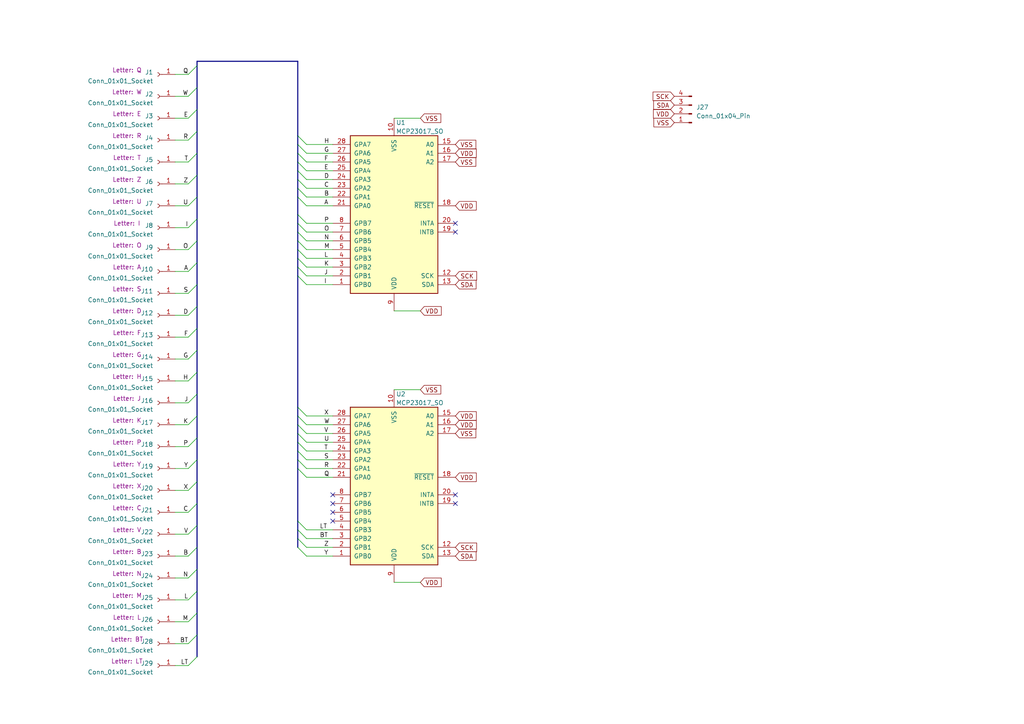
<source format=kicad_sch>
(kicad_sch (version 20230121) (generator eeschema)
  (paper "A4")
  (lib_symbols
    (symbol "Connector:Conn_01x01_Socket" (pin_names (offset 1.016) hide)
      (property "Reference" "J" (at 0 2.54 0))
      (property "Value" "Conn_01x01_Socket" (at 0 -2.54 0))
      (symbol "Conn_01x01_Socket_1_1"
        (polyline (pts (xy -1.27 0) (xy -0.508 0)) (stroke (width 0.1524)))
        (arc (start 0 0.508) (mid -0.5058 0) (end 0 -0.508) (stroke (width 0.1524)))
        (pin passive line (at -5.08 0 0) (length 3.81) (name "Pin_1") (number "1"))
      )
    )
    (symbol "Connector:Conn_01x04_Pin" (pin_names (offset 1.016) hide)
      (property "Reference" "J" (at 0 5.08 0))
      (property "Value" "Conn_01x04_Pin" (at 0 -7.62 0))
      (symbol "Conn_01x04_Pin_1_1"
        (polyline (pts (xy 1.27 -5.08) (xy 0.8636 -5.08)) (stroke (width 0.1524)))
        (polyline (pts (xy 1.27 -2.54) (xy 0.8636 -2.54)) (stroke (width 0.1524)))
        (polyline (pts (xy 1.27 0) (xy 0.8636 0)) (stroke (width 0.1524)))
        (polyline (pts (xy 1.27 2.54) (xy 0.8636 2.54)) (stroke (width 0.1524)))
        (rectangle (start 0.8636 -4.953) (end 0 -5.207) (stroke (width 0.1524)) (fill (type outline)))
        (rectangle (start 0.8636 -2.413) (end 0 -2.667) (stroke (width 0.1524)) (fill (type outline)))
        (rectangle (start 0.8636 0.127) (end 0 -0.127) (stroke (width 0.1524)) (fill (type outline)))
        (rectangle (start 0.8636 2.667) (end 0 2.413) (stroke (width 0.1524)) (fill (type outline)))
        (pin passive line (at 5.08 2.54 180) (length 3.81) (name "Pin_1") (number "1"))
        (pin passive line (at 5.08 0 180) (length 3.81) (name "Pin_2") (number "2"))
        (pin passive line (at 5.08 -2.54 180) (length 3.81) (name "Pin_3") (number "3"))
        (pin passive line (at 5.08 -5.08 180) (length 3.81) (name "Pin_4") (number "4"))
      )
    )
    (symbol "Interface_Expansion:MCP23017_SO" (pin_names (offset 1.016))
      (property "Reference" "U" (at -11.43 24.13 0))
      (property "Value" "MCP23017_SO" (at 0 0 0))
      (symbol "MCP23017_SO_0_1"
        (rectangle (start -12.7 22.86) (end 12.7 -22.86) (stroke (width 0.254)) (fill (type background)))
      )
      (symbol "MCP23017_SO_1_1"
        (pin bidirectional line (at 17.78 20.32 180) (length 5.08) (name "GPB0") (number "1"))
        (pin power_in line (at 0 -27.94 90) (length 5.08) (name "VSS") (number "10"))
        (pin no_connect line (at -12.7 15.24 0) (length 5.08) hide (name "NC") (number "11"))
        (pin input line (at -17.78 17.78 0) (length 5.08) (name "SCK") (number "12"))
        (pin bidirectional line (at -17.78 20.32 0) (length 5.08) (name "SDA") (number "13"))
        (pin no_connect line (at -12.7 12.7 0) (length 5.08) hide (name "NC") (number "14"))
        (pin input line (at -17.78 -20.32 0) (length 5.08) (name "A0") (number "15"))
        (pin input line (at -17.78 -17.78 0) (length 5.08) (name "A1") (number "16"))
        (pin input line (at -17.78 -15.24 0) (length 5.08) (name "A2") (number "17"))
        (pin input line (at -17.78 -2.54 0) (length 5.08) (name "~{RESET}") (number "18"))
        (pin tri_state line (at -17.78 5.08 0) (length 5.08) (name "INTB") (number "19"))
        (pin bidirectional line (at 17.78 17.78 180) (length 5.08) (name "GPB1") (number "2"))
        (pin tri_state line (at -17.78 2.54 0) (length 5.08) (name "INTA") (number "20"))
        (pin bidirectional line (at 17.78 -2.54 180) (length 5.08) (name "GPA0") (number "21"))
        (pin bidirectional line (at 17.78 -5.08 180) (length 5.08) (name "GPA1") (number "22"))
        (pin bidirectional line (at 17.78 -7.62 180) (length 5.08) (name "GPA2") (number "23"))
        (pin bidirectional line (at 17.78 -10.16 180) (length 5.08) (name "GPA3") (number "24"))
        (pin bidirectional line (at 17.78 -12.7 180) (length 5.08) (name "GPA4") (number "25"))
        (pin bidirectional line (at 17.78 -15.24 180) (length 5.08) (name "GPA5") (number "26"))
        (pin bidirectional line (at 17.78 -17.78 180) (length 5.08) (name "GPA6") (number "27"))
        (pin bidirectional line (at 17.78 -20.32 180) (length 5.08) (name "GPA7") (number "28"))
        (pin bidirectional line (at 17.78 15.24 180) (length 5.08) (name "GPB2") (number "3"))
        (pin bidirectional line (at 17.78 12.7 180) (length 5.08) (name "GPB3") (number "4"))
        (pin bidirectional line (at 17.78 10.16 180) (length 5.08) (name "GPB4") (number "5"))
        (pin bidirectional line (at 17.78 7.62 180) (length 5.08) (name "GPB5") (number "6"))
        (pin bidirectional line (at 17.78 5.08 180) (length 5.08) (name "GPB6") (number "7"))
        (pin bidirectional line (at 17.78 2.54 180) (length 5.08) (name "GPB7") (number "8"))
        (pin power_in line (at 0 27.94 270) (length 5.08) (name "VDD") (number "9"))
      )
    )
  )
  (no_connect (at 132.08 146.05))
  (no_connect (at 96.52 148.59))
  (no_connect (at 96.52 146.05))
  (no_connect (at 132.08 64.77))
  (no_connect (at 132.08 143.51))
  (no_connect (at 96.52 143.51))
  (no_connect (at 132.08 67.31))
  (no_connect (at 96.52 151.13))
  (bus_entry (at 86.36 128.27) (size 2.54 2.54))
  (bus_entry (at 86.36 49.53) (size 2.54 2.54))
  (bus_entry (at 86.36 46.99) (size 2.54 2.54))
  (bus_entry (at 86.36 118.11) (size 2.54 2.54))
  (bus_entry (at 54.61 53.34) (size 2.54 -2.54))
  (bus_entry (at 86.36 54.61) (size 2.54 2.54))
  (bus_entry (at 86.36 44.45) (size 2.54 2.54))
  (bus_entry (at 86.36 158.75) (size 2.54 2.54))
  (bus_entry (at 86.36 57.15) (size 2.54 2.54))
  (bus_entry (at 57.15 133.35) (size -2.54 2.54))
  (bus_entry (at 86.36 72.39) (size 2.54 2.54))
  (bus_entry (at 86.36 77.47) (size 2.54 2.54))
  (bus_entry (at 86.36 39.37) (size 2.54 2.54))
  (bus_entry (at 57.15 120.65) (size -2.54 2.54))
  (bus_entry (at 57.15 152.4) (size -2.54 2.54))
  (bus_entry (at 86.36 156.21) (size 2.54 2.54))
  (bus_entry (at 57.15 171.45) (size -2.54 2.54))
  (bus_entry (at 86.36 67.31) (size 2.54 2.54))
  (bus_entry (at 57.15 139.7) (size -2.54 2.54))
  (bus_entry (at 54.61 34.29) (size 2.54 -2.54))
  (bus_entry (at 86.36 151.13) (size 2.54 2.54))
  (bus_entry (at 86.36 69.85) (size 2.54 2.54))
  (bus_entry (at 54.61 40.64) (size 2.54 -2.54))
  (bus_entry (at 57.15 184.15) (size -2.54 2.54))
  (bus_entry (at 54.61 46.99) (size 2.54 -2.54))
  (bus_entry (at 86.36 64.77) (size 2.54 2.54))
  (bus_entry (at 86.36 125.73) (size 2.54 2.54))
  (bus_entry (at 57.15 158.75) (size -2.54 2.54))
  (bus_entry (at 57.15 107.95) (size -2.54 2.54))
  (bus_entry (at 57.15 88.9) (size -2.54 2.54))
  (bus_entry (at 86.36 80.01) (size 2.54 2.54))
  (bus_entry (at 57.15 76.2) (size -2.54 2.54))
  (bus_entry (at 54.61 21.59) (size 2.54 -2.54))
  (bus_entry (at 86.36 135.89) (size 2.54 2.54))
  (bus_entry (at 57.15 95.25) (size -2.54 2.54))
  (bus_entry (at 86.36 153.67) (size 2.54 2.54))
  (bus_entry (at 54.61 27.94) (size 2.54 -2.54))
  (bus_entry (at 86.36 120.65) (size 2.54 2.54))
  (bus_entry (at 86.36 74.93) (size 2.54 2.54))
  (bus_entry (at 57.15 165.1) (size -2.54 2.54))
  (bus_entry (at 57.15 69.85) (size -2.54 2.54))
  (bus_entry (at 57.15 127) (size -2.54 2.54))
  (bus_entry (at 57.15 190.5) (size -2.54 2.54))
  (bus_entry (at 57.15 101.6) (size -2.54 2.54))
  (bus_entry (at 54.61 66.04) (size 2.54 -2.54))
  (bus_entry (at 86.36 41.91) (size 2.54 2.54))
  (bus_entry (at 57.15 82.55) (size -2.54 2.54))
  (bus_entry (at 86.36 52.07) (size 2.54 2.54))
  (bus_entry (at 57.15 146.05) (size -2.54 2.54))
  (bus_entry (at 54.61 59.69) (size 2.54 -2.54))
  (bus_entry (at 57.15 114.3) (size -2.54 2.54))
  (bus_entry (at 86.36 62.23) (size 2.54 2.54))
  (bus_entry (at 86.36 123.19) (size 2.54 2.54))
  (bus_entry (at 86.36 130.81) (size 2.54 2.54))
  (bus_entry (at 57.15 177.8) (size -2.54 2.54))
  (bus_entry (at 86.36 133.35) (size 2.54 2.54))
  (wire (pts (xy 88.9 128.27) (xy 96.52 128.27)))
  (wire (pts (xy 50.8 142.24) (xy 54.61 142.24)))
  (wire (pts (xy 88.9 74.93) (xy 96.52 74.93)))
  (wire (pts (xy 88.9 133.35) (xy 96.52 133.35)))
  (wire (pts (xy 50.8 167.64) (xy 54.61 167.64)))
  (bus (pts (xy 57.15 114.3) (xy 57.15 107.95)))
  (bus (pts (xy 86.36 125.73) (xy 86.36 128.27)))
  (bus (pts (xy 57.15 127) (xy 57.15 120.65)))
  (wire (pts (xy 88.9 64.77) (xy 96.52 64.77)))
  (wire (pts (xy 88.9 46.99) (xy 96.52 46.99)))
  (bus (pts (xy 86.36 133.35) (xy 86.36 135.89)))
  (bus (pts (xy 86.36 120.65) (xy 86.36 123.19)))
  (bus (pts (xy 86.36 44.45) (xy 86.36 41.91)))
  (bus (pts (xy 86.36 17.78) (xy 86.36 39.37)))
  (wire (pts (xy 88.9 77.47) (xy 96.52 77.47)))
  (wire (pts (xy 88.9 44.45) (xy 96.52 44.45)))
  (bus (pts (xy 86.36 151.13) (xy 86.36 153.67)))
  (wire (pts (xy 88.9 80.01) (xy 96.52 80.01)))
  (wire (pts (xy 50.8 173.99) (xy 54.61 173.99)))
  (bus (pts (xy 86.36 57.15) (xy 86.36 54.61)))
  (wire (pts (xy 50.8 180.34) (xy 54.61 180.34)))
  (bus (pts (xy 57.15 95.25) (xy 57.15 88.9)))
  (wire (pts (xy 88.9 120.65) (xy 96.52 120.65)))
  (bus (pts (xy 57.15 57.15) (xy 57.15 50.8)))
  (wire (pts (xy 50.8 85.09) (xy 54.61 85.09)))
  (wire (pts (xy 54.61 53.34) (xy 50.8 53.34)))
  (wire (pts (xy 88.9 41.91) (xy 96.52 41.91)))
  (wire (pts (xy 88.9 158.75) (xy 96.52 158.75)))
  (wire (pts (xy 54.61 27.94) (xy 50.8 27.94)))
  (wire (pts (xy 50.8 154.94) (xy 54.61 154.94)))
  (bus (pts (xy 86.36 123.19) (xy 86.36 125.73)))
  (wire (pts (xy 50.8 97.79) (xy 54.61 97.79)))
  (bus (pts (xy 86.36 69.85) (xy 86.36 72.39)))
  (bus (pts (xy 86.36 74.93) (xy 86.36 77.47)))
  (bus (pts (xy 57.15 158.75) (xy 57.15 152.4)))
  (wire (pts (xy 50.8 186.69) (xy 54.61 186.69)))
  (bus (pts (xy 86.36 67.31) (xy 86.36 69.85)))
  (wire (pts (xy 88.9 125.73) (xy 96.52 125.73)))
  (bus (pts (xy 57.15 63.5) (xy 57.15 69.85)))
  (wire (pts (xy 88.9 52.07) (xy 96.52 52.07)))
  (wire (pts (xy 121.92 34.29) (xy 114.3 34.29)))
  (bus (pts (xy 86.36 62.23) (xy 86.36 64.77)))
  (bus (pts (xy 57.15 177.8) (xy 57.15 184.15)))
  (bus (pts (xy 86.36 54.61) (xy 86.36 52.07)))
  (wire (pts (xy 50.8 161.29) (xy 54.61 161.29)))
  (wire (pts (xy 88.9 130.81) (xy 96.52 130.81)))
  (wire (pts (xy 50.8 135.89) (xy 54.61 135.89)))
  (bus (pts (xy 86.36 72.39) (xy 86.36 74.93)))
  (bus (pts (xy 86.36 153.67) (xy 86.36 156.21)))
  (bus (pts (xy 57.15 152.4) (xy 57.15 146.05)))
  (wire (pts (xy 88.9 153.67) (xy 96.52 153.67)))
  (bus (pts (xy 86.36 156.21) (xy 86.36 158.75)))
  (wire (pts (xy 54.61 21.59) (xy 50.8 21.59)))
  (wire (pts (xy 88.9 54.61) (xy 96.52 54.61)))
  (bus (pts (xy 57.15 50.8) (xy 57.15 44.45)))
  (wire (pts (xy 114.3 90.17) (xy 121.92 90.17)))
  (bus (pts (xy 86.36 135.89) (xy 86.36 151.13)))
  (bus (pts (xy 86.36 118.11) (xy 86.36 120.65)))
  (bus (pts (xy 86.36 52.07) (xy 86.36 49.53)))
  (wire (pts (xy 54.61 34.29) (xy 50.8 34.29)))
  (wire (pts (xy 88.9 69.85) (xy 96.52 69.85)))
  (bus (pts (xy 86.36 130.81) (xy 86.36 133.35)))
  (bus (pts (xy 57.15 44.45) (xy 57.15 38.1)))
  (bus (pts (xy 57.15 63.5) (xy 57.15 57.15)))
  (wire (pts (xy 50.8 129.54) (xy 54.61 129.54)))
  (wire (pts (xy 50.8 123.19) (xy 54.61 123.19)))
  (bus (pts (xy 86.36 128.27) (xy 86.36 130.81)))
  (wire (pts (xy 88.9 57.15) (xy 96.52 57.15)))
  (bus (pts (xy 57.15 107.95) (xy 57.15 101.6)))
  (bus (pts (xy 86.36 64.77) (xy 86.36 67.31)))
  (wire (pts (xy 54.61 59.69) (xy 50.8 59.69)))
  (wire (pts (xy 50.8 104.14) (xy 54.61 104.14)))
  (bus (pts (xy 57.15 146.05) (xy 57.15 139.7)))
  (bus (pts (xy 86.36 57.15) (xy 86.36 62.23)))
  (bus (pts (xy 57.15 82.55) (xy 57.15 76.2)))
  (bus (pts (xy 57.15 139.7) (xy 57.15 133.35)))
  (wire (pts (xy 88.9 135.89) (xy 96.52 135.89)))
  (wire (pts (xy 88.9 49.53) (xy 96.52 49.53)))
  (wire (pts (xy 88.9 123.19) (xy 96.52 123.19)))
  (wire (pts (xy 114.3 113.03) (xy 121.92 113.03)))
  (bus (pts (xy 57.15 171.45) (xy 57.15 165.1)))
  (bus (pts (xy 86.36 49.53) (xy 86.36 46.99)))
  (bus (pts (xy 86.36 41.91) (xy 86.36 39.37)))
  (wire (pts (xy 50.8 148.59) (xy 54.61 148.59)))
  (wire (pts (xy 54.61 46.99) (xy 50.8 46.99)))
  (bus (pts (xy 57.15 101.6) (xy 57.15 95.25)))
  (bus (pts (xy 86.36 80.01) (xy 86.36 118.11)))
  (bus (pts (xy 86.36 46.99) (xy 86.36 44.45)))
  (wire (pts (xy 88.9 59.69) (xy 96.52 59.69)))
  (bus (pts (xy 57.15 17.78) (xy 86.36 17.78)))
  (bus (pts (xy 57.15 25.4) (xy 57.15 19.05)))
  (wire (pts (xy 88.9 156.21) (xy 96.52 156.21)))
  (wire (pts (xy 88.9 72.39) (xy 96.52 72.39)))
  (wire (pts (xy 88.9 82.55) (xy 96.52 82.55)))
  (wire (pts (xy 121.92 168.91) (xy 114.3 168.91)))
  (wire (pts (xy 50.8 110.49) (xy 54.61 110.49)))
  (wire (pts (xy 88.9 138.43) (xy 96.52 138.43)))
  (wire (pts (xy 50.8 91.44) (xy 54.61 91.44)))
  (bus (pts (xy 57.15 76.2) (xy 57.15 69.85)))
  (wire (pts (xy 88.9 161.29) (xy 96.52 161.29)))
  (wire (pts (xy 88.9 67.31) (xy 96.52 67.31)))
  (wire (pts (xy 54.61 66.04) (xy 50.8 66.04)))
  (bus (pts (xy 86.36 77.47) (xy 86.36 80.01)))
  (bus (pts (xy 57.15 114.3) (xy 57.15 120.65)))
  (wire (pts (xy 50.8 72.39) (xy 54.61 72.39)))
  (wire (pts (xy 50.8 78.74) (xy 54.61 78.74)))
  (bus (pts (xy 57.15 38.1) (xy 57.15 31.75)))
  (bus (pts (xy 57.15 31.75) (xy 57.15 25.4)))
  (bus (pts (xy 57.15 165.1) (xy 57.15 158.75)))
  (bus (pts (xy 57.15 88.9) (xy 57.15 82.55)))
  (wire (pts (xy 54.61 40.64) (xy 50.8 40.64)))
  (bus (pts (xy 57.15 184.15) (xy 57.15 190.5)))
  (wire (pts (xy 50.8 116.84) (xy 54.61 116.84)))
  (bus (pts (xy 57.15 19.05) (xy 57.15 17.78)))
  (bus (pts (xy 57.15 133.35) (xy 57.15 127)))
  (wire (pts (xy 50.8 193.04) (xy 54.61 193.04)))
  (bus (pts (xy 57.15 177.8) (xy 57.15 171.45)))
  (label "V" (at 54.61 154.94 180))
  (label "X" (at 54.61 142.24 180))
  (label "U" (at 93.98 128.27 0))
  (label "BT" (at 92.71 156.21 0))
  (label "W" (at 54.61 27.94 180))
  (label "J" (at 54.61 116.84 180))
  (label "S" (at 54.61 85.09 180))
  (label "A" (at 54.61 78.74 180))
  (label "F" (at 54.61 97.79 180))
  (label "Q" (at 54.61 21.59 180))
  (label "D" (at 54.61 91.44 180))
  (label "L" (at 54.61 173.99 180))
  (label "R" (at 54.61 40.64 180))
  (label "I" (at 93.98 82.55 0))
  (label "N" (at 54.61 167.64 180))
  (label "H" (at 93.98 41.91 0))
  (label "S" (at 93.98 133.35 0))
  (label "N" (at 93.98 69.85 0))
  (label "K" (at 54.61 123.19 180))
  (label "B" (at 93.98 57.15 0))
  (label "LT" (at 92.71 153.67 0))
  (label "Q" (at 93.98 138.43 0))
  (label "R" (at 93.98 135.89 0))
  (label "O" (at 93.98 67.31 0))
  (label "L" (at 93.98 74.93 0))
  (label "H" (at 54.61 110.49 180))
  (label "C" (at 93.98 54.61 0))
  (label "P" (at 93.98 64.77 0))
  (label "LT" (at 54.61 193.04 180))
  (label "Y" (at 54.61 135.89 180))
  (label "Z" (at 54.61 53.34 180))
  (label "M" (at 54.61 180.34 180))
  (label "G" (at 93.98 44.45 0))
  (label "P" (at 54.61 129.54 180))
  (label "W" (at 93.98 123.19 0))
  (label "Y" (at 93.98 161.29 0))
  (label "D" (at 93.98 52.07 0))
  (label "X" (at 93.98 120.65 0))
  (label "F" (at 93.98 46.99 0))
  (label "Z" (at 93.98 158.75 0))
  (label "J" (at 93.98 80.01 0))
  (label "E" (at 93.98 49.53 0))
  (label "K" (at 93.98 77.47 0))
  (label "E" (at 54.61 34.29 180))
  (label "G" (at 54.61 104.14 180))
  (label "V" (at 93.98 125.73 0))
  (label "I" (at 54.61 66.04 180))
  (label "BT" (at 54.61 186.69 180))
  (label "O" (at 54.61 72.39 180))
  (label "A" (at 93.98 59.69 0))
  (label "B" (at 54.61 161.29 180))
  (label "U" (at 54.61 59.69 180))
  (label "M" (at 93.98 72.39 0))
  (label "T" (at 93.98 130.81 0))
  (label "T" (at 54.61 46.99 180))
  (label "C" (at 54.61 148.59 180))
  (global_label "SDA" (shape input) (at 132.08 161.29 0) (property "Intersheetrefs" "${INTERSHEET_REFS}" (effects hide)))
  (global_label "VDD" (shape input) (at 132.08 138.43 0) (property "Intersheetrefs" "${INTERSHEET_REFS}" (effects hide)))
  (global_label "VSS" (shape input) (at 121.92 113.03 0) (property "Intersheetrefs" "${INTERSHEET_REFS}" (effects hide)))
  (global_label "VDD" (shape input) (at 132.08 120.65 0) (property "Intersheetrefs" "${INTERSHEET_REFS}" (effects hide)))
  (global_label "SCK" (shape input) (at 195.58 27.94 180) (property "Intersheetrefs" "${INTERSHEET_REFS}" (effects hide)))
  (global_label "VSS" (shape input) (at 195.58 35.56 180) (property "Intersheetrefs" "${INTERSHEET_REFS}" (effects hide)))
  (global_label "VDD" (shape input) (at 195.58 33.02 180) (property "Intersheetrefs" "${INTERSHEET_REFS}" (effects hide)))
  (global_label "VDD" (shape input) (at 132.08 59.69 0) (property "Intersheetrefs" "${INTERSHEET_REFS}" (effects hide)))
  (global_label "VDD" (shape input) (at 121.92 90.17 0) (property "Intersheetrefs" "${INTERSHEET_REFS}" (effects hide)))
  (global_label "SCK" (shape input) (at 132.08 80.01 0) (property "Intersheetrefs" "${INTERSHEET_REFS}" (effects hide)))
  (global_label "SDA" (shape input) (at 195.58 30.48 180) (property "Intersheetrefs" "${INTERSHEET_REFS}" (effects hide)))
  (global_label "VDD" (shape input) (at 132.08 123.19 0) (property "Intersheetrefs" "${INTERSHEET_REFS}" (effects hide)))
  (global_label "VSS" (shape input) (at 132.08 41.91 0) (property "Intersheetrefs" "${INTERSHEET_REFS}" (effects hide)))
  (global_label "SDA" (shape input) (at 132.08 82.55 0) (property "Intersheetrefs" "${INTERSHEET_REFS}" (effects hide)))
  (global_label "VDD" (shape input) (at 121.92 168.91 0) (property "Intersheetrefs" "${INTERSHEET_REFS}" (effects hide)))
  (global_label "VSS" (shape input) (at 132.08 125.73 0) (property "Intersheetrefs" "${INTERSHEET_REFS}" (effects hide)))
  (global_label "SCK" (shape input) (at 132.08 158.75 0) (property "Intersheetrefs" "${INTERSHEET_REFS}" (effects hide)))
  (global_label "VSS" (shape input) (at 132.08 46.99 0) (property "Intersheetrefs" "${INTERSHEET_REFS}" (effects hide)))
  (global_label "VDD" (shape input) (at 132.08 44.45 0) (property "Intersheetrefs" "${INTERSHEET_REFS}" (effects hide)))
  (global_label "VSS" (shape input) (at 121.92 34.29 0) (property "Intersheetrefs" "${INTERSHEET_REFS}" (effects hide)))
  (symbol (lib_id "Interface_Expansion:MCP23017_SO") (at 114.3 62.23 180) (unit 1)
    (property "Reference" "U1" (at 114.8841 35.56 0) (effects (justify right)))
    (property "Value" "MCP23017_SO" (at 114.8841 38.1 0) (effects (justify right)))
    (property "Footprint" "user_global_footprints:SOIC-28W_7.5x17.9mm_P1.27mm_long_pads" (effects hide))
    (property "Datasheet" "http://ww1.microchip.com/downloads/en/DeviceDoc/20001952C.pdf" (effects hide))
  )
  (symbol (lib_id "Connector:Conn_01x01_Socket") (at 45.72 123.19 0) (mirror y) (unit 1)
    (property "Reference" "J17" (at 44.45 122.555 0) (effects (justify left)))
    (property "Value" "Conn_01x01_Socket" (at 44.45 125.095 0) (effects (justify left)))
    (property "Footprint" "user_global_footprints:plugboard_socket" (effects hide))
    (property "Letter" "K" (at 36.83 121.92 0) (show_name))
  )
  (symbol (lib_id "Connector:Conn_01x01_Socket") (at 45.72 72.39 0) (mirror y) (unit 1)
    (property "Reference" "J9" (at 44.45 71.755 0) (effects (justify left)))
    (property "Value" "Conn_01x01_Socket" (at 44.45 74.295 0) (effects (justify left)))
    (property "Footprint" "user_global_footprints:plugboard_socket" (effects hide))
    (property "Letter" "O" (at 36.83 71.12 0) (show_name))
  )
  (symbol (lib_id "Connector:Conn_01x01_Socket") (at 45.72 21.59 0) (mirror y) (unit 1)
    (property "Reference" "J1" (at 44.45 20.955 0) (effects (justify left)))
    (property "Value" "Conn_01x01_Socket" (at 44.45 23.495 0) (effects (justify left)))
    (property "Footprint" "user_global_footprints:plugboard_socket" (effects hide))
    (property "Letter" "Q" (at 36.83 20.32 0) (show_name))
  )
  (symbol (lib_id "Connector:Conn_01x01_Socket") (at 45.72 173.99 0) (mirror y) (unit 1)
    (property "Reference" "J25" (at 44.45 173.355 0) (effects (justify left)))
    (property "Value" "Conn_01x01_Socket" (at 44.45 175.895 0) (effects (justify left)))
    (property "Footprint" "user_global_footprints:plugboard_socket" (effects hide))
    (property "Letter" "M" (at 36.83 172.72 0) (show_name))
  )
  (symbol (lib_id "Connector:Conn_01x01_Socket") (at 45.72 46.99 0) (mirror y) (unit 1)
    (property "Reference" "J5" (at 44.45 46.355 0) (effects (justify left)))
    (property "Value" "Conn_01x01_Socket" (at 44.45 48.895 0) (effects (justify left)))
    (property "Footprint" "user_global_footprints:plugboard_socket" (effects hide))
    (property "Letter" "T" (at 36.83 45.72 0) (show_name))
  )
  (symbol (lib_id "Connector:Conn_01x01_Socket") (at 45.72 104.14 0) (mirror y) (unit 1)
    (property "Reference" "J14" (at 44.45 103.505 0) (effects (justify left)))
    (property "Value" "Conn_01x01_Socket" (at 44.45 106.045 0) (effects (justify left)))
    (property "Footprint" "user_global_footprints:plugboard_socket" (effects hide))
    (property "Letter" "G" (at 36.83 102.87 0) (show_name))
  )
  (symbol (lib_id "Connector:Conn_01x01_Socket") (at 45.72 91.44 0) (mirror y) (unit 1)
    (property "Reference" "J12" (at 44.45 90.805 0) (effects (justify left)))
    (property "Value" "Conn_01x01_Socket" (at 44.45 93.345 0) (effects (justify left)))
    (property "Footprint" "user_global_footprints:plugboard_socket" (effects hide))
    (property "Letter" "D" (at 36.83 90.17 0) (show_name))
  )
  (symbol (lib_id "Connector:Conn_01x01_Socket") (at 45.72 129.54 0) (mirror y) (unit 1)
    (property "Reference" "J18" (at 44.45 128.905 0) (effects (justify left)))
    (property "Value" "Conn_01x01_Socket" (at 44.45 131.445 0) (effects (justify left)))
    (property "Footprint" "user_global_footprints:plugboard_socket" (effects hide))
    (property "Letter" "P" (at 36.83 128.27 0) (show_name))
  )
  (symbol (lib_id "Connector:Conn_01x01_Socket") (at 45.72 135.89 0) (mirror y) (unit 1)
    (property "Reference" "J19" (at 44.45 135.255 0) (effects (justify left)))
    (property "Value" "Conn_01x01_Socket" (at 44.45 137.795 0) (effects (justify left)))
    (property "Footprint" "user_global_footprints:plugboard_socket" (effects hide))
    (property "Letter" "Y" (at 36.83 134.62 0) (show_name))
  )
  (symbol (lib_id "Connector:Conn_01x01_Socket") (at 45.72 116.84 0) (mirror y) (unit 1)
    (property "Reference" "J16" (at 44.45 116.205 0) (effects (justify left)))
    (property "Value" "Conn_01x01_Socket" (at 44.45 118.745 0) (effects (justify left)))
    (property "Footprint" "user_global_footprints:plugboard_socket" (effects hide))
    (property "Letter" "J" (at 36.83 115.57 0) (show_name))
  )
  (symbol (lib_id "Connector:Conn_01x01_Socket") (at 45.72 53.34 0) (mirror y) (unit 1)
    (property "Reference" "J6" (at 44.45 52.705 0) (effects (justify left)))
    (property "Value" "Conn_01x01_Socket" (at 44.45 55.245 0) (effects (justify left)))
    (property "Footprint" "user_global_footprints:plugboard_socket" (effects hide))
    (property "Letter" "Z" (at 36.83 52.07 0) (show_name))
  )
  (symbol (lib_id "Connector:Conn_01x01_Socket") (at 45.72 193.04 0) (mirror y) (unit 1)
    (property "Reference" "J29" (at 44.45 192.405 0) (effects (justify left)))
    (property "Value" "Conn_01x01_Socket" (at 44.45 194.945 0) (effects (justify left)))
    (property "Footprint" "user_global_footprints:plugboard_test_socket" (effects hide))
    (property "Letter" "LT" (at 36.83 191.77 0) (show_name))
  )
  (symbol (lib_id "Connector:Conn_01x01_Socket") (at 45.72 97.79 0) (mirror y) (unit 1)
    (property "Reference" "J13" (at 44.45 97.155 0) (effects (justify left)))
    (property "Value" "Conn_01x01_Socket" (at 44.45 99.695 0) (effects (justify left)))
    (property "Footprint" "user_global_footprints:plugboard_socket" (effects hide))
    (property "Letter" "F" (at 36.83 96.52 0) (show_name))
  )
  (symbol (lib_id "Connector:Conn_01x01_Socket") (at 45.72 186.69 0) (mirror y) (unit 1)
    (property "Reference" "J28" (at 44.45 186.055 0) (effects (justify left)))
    (property "Value" "Conn_01x01_Socket" (at 44.45 188.595 0) (effects (justify left)))
    (property "Footprint" "user_global_footprints:plugboard_test_socket" (effects hide))
    (property "Letter" "BT" (at 36.83 185.42 0) (show_name))
  )
  (symbol (lib_id "Connector:Conn_01x01_Socket") (at 45.72 180.34 0) (mirror y) (unit 1)
    (property "Reference" "J26" (at 44.45 179.705 0) (effects (justify left)))
    (property "Value" "Conn_01x01_Socket" (at 44.45 182.245 0) (effects (justify left)))
    (property "Footprint" "user_global_footprints:plugboard_socket" (effects hide))
    (property "Letter" "L" (at 36.83 179.07 0) (show_name))
  )
  (symbol (lib_id "Connector:Conn_01x01_Socket") (at 45.72 40.64 0) (mirror y) (unit 1)
    (property "Reference" "J4" (at 44.45 40.005 0) (effects (justify left)))
    (property "Value" "Conn_01x01_Socket" (at 44.45 42.545 0) (effects (justify left)))
    (property "Footprint" "user_global_footprints:plugboard_socket" (effects hide))
    (property "Letter" "R" (at 36.83 39.37 0) (show_name))
  )
  (symbol (lib_id "Connector:Conn_01x01_Socket") (at 45.72 110.49 0) (mirror y) (unit 1)
    (property "Reference" "J15" (at 44.45 109.855 0) (effects (justify left)))
    (property "Value" "Conn_01x01_Socket" (at 44.45 112.395 0) (effects (justify left)))
    (property "Footprint" "user_global_footprints:plugboard_socket" (effects hide))
    (property "Letter" "H" (at 36.83 109.22 0) (show_name))
  )
  (symbol (lib_id "Interface_Expansion:MCP23017_SO") (at 114.3 140.97 180) (unit 1)
    (property "Reference" "U2" (at 114.8841 114.3 0) (effects (justify right)))
    (property "Value" "MCP23017_SO" (at 114.8841 116.84 0) (effects (justify right)))
    (property "Footprint" "user_global_footprints:SOIC-28W_7.5x17.9mm_P1.27mm_long_pads" (effects hide))
    (property "Datasheet" "http://ww1.microchip.com/downloads/en/DeviceDoc/20001952C.pdf" (effects hide))
  )
  (symbol (lib_id "Connector:Conn_01x01_Socket") (at 45.72 161.29 0) (mirror y) (unit 1)
    (property "Reference" "J23" (at 44.45 160.655 0) (effects (justify left)))
    (property "Value" "Conn_01x01_Socket" (at 44.45 163.195 0) (effects (justify left)))
    (property "Footprint" "user_global_footprints:plugboard_socket" (effects hide))
    (property "Letter" "B" (at 36.83 160.02 0) (show_name))
  )
  (symbol (lib_id "Connector:Conn_01x01_Socket") (at 45.72 34.29 0) (mirror y) (unit 1)
    (property "Reference" "J3" (at 44.45 33.655 0) (effects (justify left)))
    (property "Value" "Conn_01x01_Socket" (at 44.45 36.195 0) (effects (justify left)))
    (property "Footprint" "user_global_footprints:plugboard_socket" (effects hide))
    (property "Letter" "E" (at 36.83 33.02 0) (show_name))
  )
  (symbol (lib_id "Connector:Conn_01x04_Pin") (at 200.66 33.02 180) (unit 1)
    (property "Reference" "J27" (at 201.93 31.115 0) (effects (justify right)))
    (property "Value" "Conn_01x04_Pin" (at 201.93 33.655 0) (effects (justify right)))
    (property "Footprint" "user_global_footprints:PinHeader_1x04_P2.54mm_Vertical_SLIM" (effects hide))
    (property "DigiKey_Part_Number" "TSM-104-01-T-SH-A-ND" (effects hide))
    (property "SnapEDA_Link" "https://www.snapeda.com/parts/TSM-104-01-T-SH-A/Samtec+Inc./view-part/?ref=snap" (effects hide))
    (property "Description" "\nConnector Header Surface Mount, Right Angle 4 position 0.100 (2.54mm)\n" (effects hide))
    (property "Package" "None" (effects hide))
    (property "Check_prices" "https://www.snapeda.com/parts/TSM-104-01-T-SH-A/Samtec+Inc./view-part/?ref=eda" (effects hide))
    (property "STANDARD" "Manufacturer Recommendations" (effects hide))
    (property "PARTREV" "R" (effects hide))
    (property "MF" "Samtec Inc." (effects hide))
    (property "MP" "TSM-104-01-T-SH-A" (effects hide))
    (property "MANUFACTURER" "Samtec" (effects hide))
  )
  (symbol (lib_id "Connector:Conn_01x01_Socket") (at 45.72 27.94 0) (mirror y) (unit 1)
    (property "Reference" "J2" (at 44.45 27.305 0) (effects (justify left)))
    (property "Value" "Conn_01x01_Socket" (at 44.45 29.845 0) (effects (justify left)))
    (property "Footprint" "user_global_footprints:plugboard_socket" (effects hide))
    (property "Letter" "W" (at 36.83 26.67 0) (show_name))
  )
  (symbol (lib_id "Connector:Conn_01x01_Socket") (at 45.72 78.74 0) (mirror y) (unit 1)
    (property "Reference" "J10" (at 44.45 78.105 0) (effects (justify left)))
    (property "Value" "Conn_01x01_Socket" (at 44.45 80.645 0) (effects (justify left)))
    (property "Footprint" "user_global_footprints:plugboard_socket" (effects hide))
    (property "Letter" "A" (at 36.83 77.47 0) (show_name))
  )
  (symbol (lib_id "Connector:Conn_01x01_Socket") (at 45.72 167.64 0) (mirror y) (unit 1)
    (property "Reference" "J24" (at 44.45 167.005 0) (effects (justify left)))
    (property "Value" "Conn_01x01_Socket" (at 44.45 169.545 0) (effects (justify left)))
    (property "Footprint" "user_global_footprints:plugboard_socket" (effects hide))
    (property "Letter" "N" (at 36.83 166.37 0) (show_name))
  )
  (symbol (lib_id "Connector:Conn_01x01_Socket") (at 45.72 85.09 0) (mirror y) (unit 1)
    (property "Reference" "J11" (at 44.45 84.455 0) (effects (justify left)))
    (property "Value" "Conn_01x01_Socket" (at 44.45 86.995 0) (effects (justify left)))
    (property "Footprint" "user_global_footprints:plugboard_socket" (effects hide))
    (property "Letter" "S" (at 36.83 83.82 0) (show_name))
  )
  (symbol (lib_id "Connector:Conn_01x01_Socket") (at 45.72 148.59 0) (mirror y) (unit 1)
    (property "Reference" "J21" (at 44.45 147.955 0) (effects (justify left)))
    (property "Value" "Conn_01x01_Socket" (at 44.45 150.495 0) (effects (justify left)))
    (property "Footprint" "user_global_footprints:plugboard_socket" (effects hide))
    (property "Letter" "C" (at 36.83 147.32 0) (show_name))
  )
  (symbol (lib_id "Connector:Conn_01x01_Socket") (at 45.72 59.69 0) (mirror y) (unit 1)
    (property "Reference" "J7" (at 44.45 59.055 0) (effects (justify left)))
    (property "Value" "Conn_01x01_Socket" (at 44.45 61.595 0) (effects (justify left)))
    (property "Footprint" "user_global_footprints:plugboard_socket" (effects hide))
    (property "Letter" "U" (at 36.83 58.42 0) (show_name))
  )
  (symbol (lib_id "Connector:Conn_01x01_Socket") (at 45.72 154.94 0) (mirror y) (unit 1)
    (property "Reference" "J22" (at 44.45 154.305 0) (effects (justify left)))
    (property "Value" "Conn_01x01_Socket" (at 44.45 156.845 0) (effects (justify left)))
    (property "Footprint" "user_global_footprints:plugboard_socket" (effects hide))
    (property "Letter" "V" (at 36.83 153.67 0) (show_name))
  )
  (symbol (lib_id "Connector:Conn_01x01_Socket") (at 45.72 66.04 0) (mirror y) (unit 1)
    (property "Reference" "J8" (at 44.45 65.405 0) (effects (justify left)))
    (property "Value" "Conn_01x01_Socket" (at 44.45 67.945 0) (effects (justify left)))
    (property "Footprint" "user_global_footprints:plugboard_socket" (effects hide))
    (property "Letter" "I" (at 36.83 64.77 0) (show_name))
  )
  (symbol (lib_id "Connector:Conn_01x01_Socket") (at 45.72 142.24 0) (mirror y) (unit 1)
    (property "Reference" "J20" (at 44.45 141.605 0) (effects (justify left)))
    (property "Value" "Conn_01x01_Socket" (at 44.45 144.145 0) (effects (justify left)))
    (property "Footprint" "user_global_footprints:plugboard_socket" (effects hide))
    (property "Letter" "X" (at 36.83 140.97 0) (show_name))
  )
)
</source>
